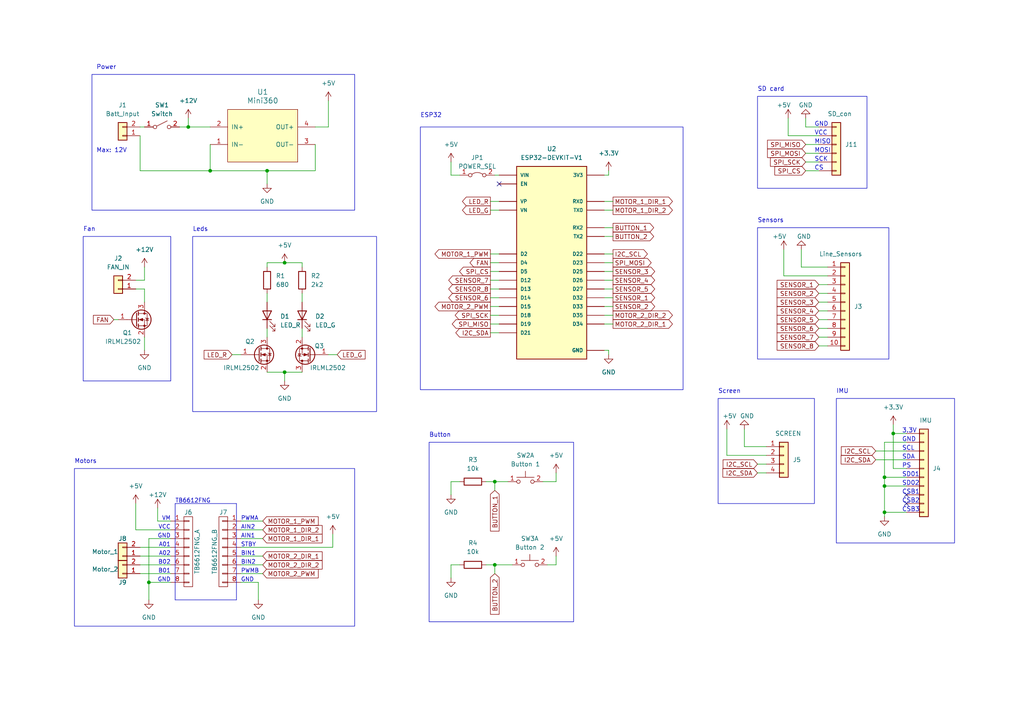
<source format=kicad_sch>
(kicad_sch (version 20230121) (generator eeschema)
  (paper "A4")
  (title_block (title "Siguelineas") (rev "0.1") (comment 1 "Adrian Martinez"))
  (lib_symbols
    (symbol "Conn_01x10_1" (pin_names (offset 1.016) hide)
      (property "Reference" "J" (at 0 12.7 0))
      (property "Value" "Conn_01x10" (at 0 -15.24 0))
      (symbol "Conn_01x10_1_1_1"
        (rectangle (start -1.27 -12.573) (end 0 -12.827) (stroke (width 0.1524)))
        (rectangle (start -1.27 -10.033) (end 0 -10.287) (stroke (width 0.1524)))
        (rectangle (start -1.27 -7.493) (end 0 -7.747) (stroke (width 0.1524)))
        (rectangle (start -1.27 -4.953) (end 0 -5.207) (stroke (width 0.1524)))
        (rectangle (start -1.27 -2.413) (end 0 -2.667) (stroke (width 0.1524)))
        (rectangle (start -1.27 0.127) (end 0 -0.127) (stroke (width 0.1524)))
        (rectangle (start -1.27 2.667) (end 0 2.413) (stroke (width 0.1524)))
        (rectangle (start -1.27 5.207) (end 0 4.953) (stroke (width 0.1524)))
        (rectangle (start -1.27 7.747) (end 0 7.493) (stroke (width 0.1524)))
        (rectangle (start -1.27 10.287) (end 0 10.033) (stroke (width 0.1524)))
        (rectangle (start -1.27 11.43) (end 1.27 -13.97) (stroke (width 0.254)) (fill (type background)))
        (pin passive line (at -5.08 10.16 0) (length 3.81) (name "Pin_1") (number "1"))
        (pin passive line (at -5.08 -12.7 0) (length 3.81) (name "Pin_10") (number "10"))
        (pin passive line (at -5.08 7.62 0) (length 3.81) (name "Pin_2") (number "2"))
        (pin passive line (at -5.08 5.08 0) (length 3.81) (name "Pin_3") (number "3"))
        (pin passive line (at -5.08 2.54 0) (length 3.81) (name "Pin_4") (number "4"))
        (pin passive line (at -5.08 0 0) (length 3.81) (name "Pin_5") (number "5"))
        (pin passive line (at -5.08 -2.54 0) (length 3.81) (name "Pin_6") (number "6"))
        (pin passive line (at -5.08 -5.08 0) (length 3.81) (name "Pin_7") (number "7"))
        (pin passive line (at -5.08 -7.62 0) (length 3.81) (name "Pin_8") (number "8"))
        (pin passive line (at -5.08 -10.16 0) (length 3.81) (name "Pin_9") (number "9"))
      )
    )
    (symbol "Connector_Generic:Conn_01x02" (pin_names (offset 1.016) hide)
      (property "Reference" "J" (at 0 2.54 0))
      (property "Value" "Conn_01x02" (at 0 -5.08 0))
      (symbol "Conn_01x02_1_1"
        (rectangle (start -1.27 -2.413) (end 0 -2.667) (stroke (width 0.1524)))
        (rectangle (start -1.27 0.127) (end 0 -0.127) (stroke (width 0.1524)))
        (rectangle (start -1.27 1.27) (end 1.27 -3.81) (stroke (width 0.254)) (fill (type background)))
        (pin passive line (at -5.08 0 0) (length 3.81) (name "Pin_1") (number "1"))
        (pin passive line (at -5.08 -2.54 0) (length 3.81) (name "Pin_2") (number "2"))
      )
    )
    (symbol "Connector_Generic:Conn_01x04" (pin_names (offset 1.016) hide)
      (property "Reference" "J" (at 0 5.08 0))
      (property "Value" "Conn_01x04" (at 0 -7.62 0))
      (symbol "Conn_01x04_1_1"
        (rectangle (start -1.27 -4.953) (end 0 -5.207) (stroke (width 0.1524)))
        (rectangle (start -1.27 -2.413) (end 0 -2.667) (stroke (width 0.1524)))
        (rectangle (start -1.27 0.127) (end 0 -0.127) (stroke (width 0.1524)))
        (rectangle (start -1.27 2.667) (end 0 2.413) (stroke (width 0.1524)))
        (rectangle (start -1.27 3.81) (end 1.27 -6.35) (stroke (width 0.254)) (fill (type background)))
        (pin passive line (at -5.08 2.54 0) (length 3.81) (name "Pin_1") (number "1"))
        (pin passive line (at -5.08 0 0) (length 3.81) (name "Pin_2") (number "2"))
        (pin passive line (at -5.08 -2.54 0) (length 3.81) (name "Pin_3") (number "3"))
        (pin passive line (at -5.08 -5.08 0) (length 3.81) (name "Pin_4") (number "4"))
      )
    )
    (symbol "Connector_Generic:Conn_01x06" (pin_numbers hide) (pin_names (offset 1.016) hide)
      (property "Reference" "J" (at 0 7.62 0))
      (property "Value" "Conn_01x06" (at 0 -10.16 0))
      (symbol "Conn_01x06_1_1"
        (rectangle (start -1.27 -7.493) (end 0 -7.747) (stroke (width 0.1524)))
        (rectangle (start -1.27 -4.953) (end 0 -5.207) (stroke (width 0.1524)))
        (rectangle (start -1.27 -2.413) (end 0 -2.667) (stroke (width 0.1524)))
        (rectangle (start -1.27 0.127) (end 0 -0.127) (stroke (width 0.1524)))
        (rectangle (start -1.27 2.667) (end 0 2.413) (stroke (width 0.1524)))
        (rectangle (start -1.27 5.207) (end 0 4.953) (stroke (width 0.1524)))
        (rectangle (start -1.27 6.35) (end 1.27 -8.89) (stroke (width 0.254)) (fill (type background)))
        (pin passive line (at -5.08 5.08 0) (length 3.81) (name "Pin_1") (number "1"))
        (pin passive line (at -5.08 2.54 0) (length 3.81) (name "Pin_2") (number "2"))
        (pin passive line (at -5.08 0 0) (length 3.81) (name "Pin_3") (number "3"))
        (pin passive line (at -5.08 -2.54 0) (length 3.81) (name "Pin_4") (number "4"))
        (pin passive line (at -5.08 -5.08 0) (length 3.81) (name "Pin_5") (number "5"))
        (pin passive line (at -5.08 -7.62 0) (length 3.81) (name "Pin_6") (number "6"))
      )
    )
    (symbol "Connector_Generic:Conn_01x10" (pin_numbers hide) (pin_names (offset 1.016) hide)
      (property "Reference" "J" (at 0 12.7 0))
      (property "Value" "Conn_01x10" (at 0 -15.24 0))
      (symbol "Conn_01x10_1_1"
        (rectangle (start -1.27 -12.573) (end 0 -12.827) (stroke (width 0.1524)))
        (rectangle (start -1.27 -10.033) (end 0 -10.287) (stroke (width 0.1524)))
        (rectangle (start -1.27 -7.493) (end 0 -7.747) (stroke (width 0.1524)))
        (rectangle (start -1.27 -4.953) (end 0 -5.207) (stroke (width 0.1524)))
        (rectangle (start -1.27 -2.413) (end 0 -2.667) (stroke (width 0.1524)))
        (rectangle (start -1.27 0.127) (end 0 -0.127) (stroke (width 0.1524)))
        (rectangle (start -1.27 2.667) (end 0 2.413) (stroke (width 0.1524)))
        (rectangle (start -1.27 5.207) (end 0 4.953) (stroke (width 0.1524)))
        (rectangle (start -1.27 7.747) (end 0 7.493) (stroke (width 0.1524)))
        (rectangle (start -1.27 10.287) (end 0 10.033) (stroke (width 0.1524)))
        (rectangle (start -1.27 11.43) (end 1.27 -13.97) (stroke (width 0.254)) (fill (type background)))
        (pin passive line (at -5.08 10.16 0) (length 3.81) (name "Pin_1") (number "1"))
        (pin passive line (at -5.08 -12.7 0) (length 3.81) (name "Pin_10") (number "10"))
        (pin passive line (at -5.08 7.62 0) (length 3.81) (name "Pin_2") (number "2"))
        (pin passive line (at -5.08 5.08 0) (length 3.81) (name "Pin_3") (number "3"))
        (pin passive line (at -5.08 2.54 0) (length 3.81) (name "Pin_4") (number "4"))
        (pin passive line (at -5.08 0 0) (length 3.81) (name "Pin_5") (number "5"))
        (pin passive line (at -5.08 -2.54 0) (length 3.81) (name "Pin_6") (number "6"))
        (pin passive line (at -5.08 -5.08 0) (length 3.81) (name "Pin_7") (number "7"))
        (pin passive line (at -5.08 -7.62 0) (length 3.81) (name "Pin_8") (number "8"))
        (pin passive line (at -5.08 -10.16 0) (length 3.81) (name "Pin_9") (number "9"))
      )
    )
    (symbol "Device:LED" (pin_numbers hide) (pin_names (offset 1.016) hide)
      (property "Reference" "D" (at 0 2.54 0))
      (property "Value" "LED" (at 0 -2.54 0))
      (symbol "LED_0_1"
        (polyline (pts (xy -1.27 -1.27) (xy -1.27 1.27)) (stroke (width 0.254)))
        (polyline (pts (xy -1.27 0) (xy 1.27 0)))
        (polyline (pts (xy 1.27 -1.27) (xy 1.27 1.27) (xy -1.27 0) (xy 1.27 -1.27)) (stroke (width 0.254)))
        (polyline (pts (xy -3.048 -0.762) (xy -4.572 -2.286) (xy -3.81 -2.286) (xy -4.572 -2.286) (xy -4.572 -1.524)))
        (polyline (pts (xy -1.778 -0.762) (xy -3.302 -2.286) (xy -2.54 -2.286) (xy -3.302 -2.286) (xy -3.302 -1.524)))
      )
      (symbol "LED_1_1"
        (pin passive line (at -3.81 0 0) (length 2.54) (name "K") (number "1"))
        (pin passive line (at 3.81 0 180) (length 2.54) (name "A") (number "2"))
      )
    )
    (symbol "Device:Q_NMOS_GSD" (pin_names (offset 0) hide)
      (property "Reference" "Q" (at 5.08 1.27 0))
      (property "Value" "Q_NMOS_GSD" (at 5.08 -1.27 0))
      (symbol "Q_NMOS_GSD_0_1"
        (polyline (pts (xy 0.254 0) (xy -2.54 0)))
        (polyline (pts (xy 0.254 1.905) (xy 0.254 -1.905)) (stroke (width 0.254)))
        (polyline (pts (xy 0.762 -1.27) (xy 0.762 -2.286)) (stroke (width 0.254)))
        (polyline (pts (xy 0.762 0.508) (xy 0.762 -0.508)) (stroke (width 0.254)))
        (polyline (pts (xy 0.762 2.286) (xy 0.762 1.27)) (stroke (width 0.254)))
        (polyline (pts (xy 2.54 2.54) (xy 2.54 1.778)))
        (polyline (pts (xy 2.54 -2.54) (xy 2.54 0) (xy 0.762 0)))
        (polyline (pts (xy 0.762 -1.778) (xy 3.302 -1.778) (xy 3.302 1.778) (xy 0.762 1.778)))
        (polyline (pts (xy 1.016 0) (xy 2.032 0.381) (xy 2.032 -0.381) (xy 1.016 0)) (fill (type outline)))
        (polyline (pts (xy 2.794 0.508) (xy 2.921 0.381) (xy 3.683 0.381) (xy 3.81 0.254)))
        (polyline (pts (xy 3.302 0.381) (xy 2.921 -0.254) (xy 3.683 -0.254) (xy 3.302 0.381)))
        (circle (center 1.651 0) (radius 2.794) (stroke (width 0.254)))
        (circle (center 2.54 -1.778) (radius 0.254) (fill (type outline)))
        (circle (center 2.54 1.778) (radius 0.254) (fill (type outline)))
      )
      (symbol "Q_NMOS_GSD_1_1"
        (pin input line (at -5.08 0 0) (length 2.54) (name "G") (number "1"))
        (pin passive line (at 2.54 -5.08 90) (length 2.54) (name "S") (number "2"))
        (pin passive line (at 2.54 5.08 270) (length 2.54) (name "D") (number "3"))
      )
    )
    (symbol "Device:R" (pin_numbers hide) (pin_names (offset 0))
      (property "Reference" "R" (at 2.032 0 90))
      (property "Value" "R" (at 0 0 90))
      (symbol "R_0_1"
        (rectangle (start -1.016 -2.54) (end 1.016 2.54) (stroke (width 0.254)))
      )
      (symbol "R_1_1"
        (pin passive line (at 0 3.81 270) (length 1.27) (name "~") (number "1"))
        (pin passive line (at 0 -3.81 90) (length 1.27) (name "~") (number "2"))
      )
    )
    (symbol "ESP32-DEVKIT-V1:ESP32-DEVKIT-V1" (pin_numbers hide) (pin_names (offset 1.016))
      (property "Reference" "U" (at -10.16 30.48 0))
      (property "Value" "ESP32-DEVKIT-V1" (at -10.16 -30.48 0))
      (symbol "ESP32-DEVKIT-V1_0_0"
        (rectangle (start -10.16 -27.94) (end 10.16 27.94) (stroke (width 0.254)) (fill (type background)))
        (pin output line (at 15.24 25.4 180) (length 5.08) (name "3V3") (number "1"))
        (pin bidirectional line (at -15.24 -17.78 0) (length 5.08) (name "D19") (number "10"))
        (pin bidirectional line (at -15.24 -20.32 0) (length 5.08) (name "D21") (number "11"))
        (pin input line (at 15.24 17.78 180) (length 5.08) (name "RX0") (number "12"))
        (pin output line (at 15.24 15.24 180) (length 5.08) (name "TX0") (number "13"))
        (pin bidirectional line (at 15.24 2.54 180) (length 5.08) (name "D22") (number "14"))
        (pin bidirectional line (at 15.24 0 180) (length 5.08) (name "D23") (number "15"))
        (pin input line (at -15.24 22.86 0) (length 5.08) (name "EN") (number "16"))
        (pin bidirectional line (at -15.24 17.78 0) (length 5.08) (name "VP") (number "17"))
        (pin bidirectional line (at -15.24 15.24 0) (length 5.08) (name "VN") (number "18"))
        (pin bidirectional line (at 15.24 -17.78 180) (length 5.08) (name "D34") (number "19"))
        (pin power_in line (at 15.24 -25.4 180) (length 5.08) (name "GND") (number "2"))
        (pin bidirectional line (at 15.24 -15.24 180) (length 5.08) (name "D35") (number "20"))
        (pin bidirectional line (at 15.24 -10.16 180) (length 5.08) (name "D32") (number "21"))
        (pin bidirectional line (at 15.24 -12.7 180) (length 5.08) (name "D33") (number "22"))
        (pin bidirectional line (at 15.24 -2.54 180) (length 5.08) (name "D25") (number "23"))
        (pin bidirectional line (at 15.24 -5.08 180) (length 5.08) (name "D26") (number "24"))
        (pin bidirectional line (at 15.24 -7.62 180) (length 5.08) (name "D27") (number "25"))
        (pin bidirectional line (at -15.24 -10.16 0) (length 5.08) (name "D14") (number "26"))
        (pin bidirectional line (at -15.24 -5.08 0) (length 5.08) (name "D12") (number "27"))
        (pin bidirectional line (at -15.24 -7.62 0) (length 5.08) (name "D13") (number "28"))
        (pin power_in line (at 15.24 -25.4 180) (length 5.08) (name "GND") (number "29"))
        (pin bidirectional line (at -15.24 -12.7 0) (length 5.08) (name "D15") (number "3"))
        (pin input line (at -15.24 25.4 0) (length 5.08) (name "VIN") (number "30"))
        (pin bidirectional line (at -15.24 2.54 0) (length 5.08) (name "D2") (number "4"))
        (pin bidirectional line (at -15.24 0 0) (length 5.08) (name "D4") (number "5"))
        (pin input line (at 15.24 10.16 180) (length 5.08) (name "RX2") (number "6"))
        (pin output line (at 15.24 7.62 180) (length 5.08) (name "TX2") (number "7"))
        (pin bidirectional line (at -15.24 -2.54 0) (length 5.08) (name "D5") (number "8"))
        (pin bidirectional line (at -15.24 -15.24 0) (length 5.08) (name "D18") (number "9"))
      )
    )
    (symbol "Jumper:Jumper_2_Bridged" (pin_names (offset 0) hide)
      (property "Reference" "JP" (at 0 1.905 0))
      (property "Value" "Jumper_2_Bridged" (at 0 -2.54 0))
      (symbol "Jumper_2_Bridged_0_0"
        (circle (center -2.032 0) (radius 0.508))
        (circle (center 2.032 0) (radius 0.508))
      )
      (symbol "Jumper_2_Bridged_0_1"
        (arc (start 1.524 0.254) (mid 0 0.762) (end -1.524 0.254))
      )
      (symbol "Jumper_2_Bridged_1_1"
        (pin passive line (at -5.08 0 0) (length 2.54) (name "A") (number "1"))
        (pin passive line (at 5.08 0 180) (length 2.54) (name "B") (number "2"))
      )
    )
    (symbol "Main_board-rescue:CONN_01X08" (pin_names (offset 1.016) hide)
      (property "Reference" "J" (at 0 11.43 0))
      (property "Value" "CONN_01X08" (at 2.54 0 90))
      (symbol "CONN_01X08_0_1"
        (rectangle (start -1.27 -10.16) (end 1.27 10.16))
        (rectangle (start -1.27 -8.763) (end 0.254 -9.017))
        (rectangle (start -1.27 -6.223) (end 0.254 -6.477))
        (rectangle (start -1.27 -3.683) (end 0.254 -3.937))
        (rectangle (start -1.27 -1.143) (end 0.254 -1.397))
        (rectangle (start -1.27 1.397) (end 0.254 1.143))
        (rectangle (start -1.27 3.937) (end 0.254 3.683))
        (rectangle (start -1.27 6.477) (end 0.254 6.223))
        (rectangle (start -1.27 9.017) (end 0.254 8.763))
      )
      (symbol "CONN_01X08_1_1"
        (pin passive line (at -5.08 8.89 0) (length 3.81) (name "P1") (number "1"))
        (pin passive line (at -5.08 6.35 0) (length 3.81) (name "P2") (number "2"))
        (pin passive line (at -5.08 3.81 0) (length 3.81) (name "P3") (number "3"))
        (pin passive line (at -5.08 1.27 0) (length 3.81) (name "P4") (number "4"))
        (pin passive line (at -5.08 -1.27 0) (length 3.81) (name "P5") (number "5"))
        (pin passive line (at -5.08 -3.81 0) (length 3.81) (name "P6") (number "6"))
        (pin passive line (at -5.08 -6.35 0) (length 3.81) (name "P7") (number "7"))
        (pin passive line (at -5.08 -8.89 0) (length 3.81) (name "P8") (number "8"))
      )
    )
    (symbol "Switch:SW_Push_Dual_x2" (pin_names (offset 1.016) hide)
      (property "Reference" "SW" (at 1.27 2.54 0))
      (property "Value" "SW_Push_Dual_x2" (at 0 -1.524 0))
      (symbol "SW_Push_Dual_x2_0_1"
        (circle (center -2.032 0) (radius 0.508))
        (polyline (pts (xy 0 1.27) (xy 0 3.048)))
        (polyline (pts (xy 2.54 1.27) (xy -2.54 1.27)))
        (circle (center 2.032 0) (radius 0.508))
      )
      (symbol "SW_Push_Dual_x2_1_1"
        (pin passive line (at -5.08 0 0) (length 2.54) (name "C") (number "1"))
        (pin passive line (at 5.08 0 180) (length 2.54) (name "D") (number "2"))
      )
      (symbol "SW_Push_Dual_x2_2_1"
        (pin passive line (at -5.08 0 0) (length 2.54) (name "C") (number "3"))
        (pin passive line (at 5.08 0 180) (length 2.54) (name "D") (number "4"))
      )
    )
    (symbol "Switch:SW_SPST" (pin_names (offset 0) hide)
      (property "Reference" "SW" (at 0 3.175 0))
      (property "Value" "SW_SPST" (at 0 -2.54 0))
      (symbol "SW_SPST_0_0"
        (circle (center -2.032 0) (radius 0.508))
        (polyline (pts (xy -1.524 0.254) (xy 1.524 1.778)))
        (circle (center 2.032 0) (radius 0.508))
      )
      (symbol "SW_SPST_1_1"
        (pin passive line (at -5.08 0 0) (length 2.54) (name "A") (number "1"))
        (pin passive line (at 5.08 0 180) (length 2.54) (name "B") (number "2"))
      )
    )
    (symbol "mini360:Mini360" (pin_names (offset 1.016))
      (property "Reference" "U" (at 0 -5.08 0))
      (property "Value" "Mini360" (at 0 5.08 0))
      (symbol "Mini360_0_1"
        (rectangle (start -10.16 7.62) (end 10.16 -7.62) (fill (type background)))
      )
      (symbol "Mini360_1_1"
        (pin power_in line (at -15.24 -2.54 0) (length 5.08) (name "IN-") (number "1"))
        (pin power_in line (at -15.24 2.54 0) (length 5.08) (name "IN+") (number "2"))
        (pin power_out line (at 15.24 -2.54 180) (length 5.08) (name "OUT-") (number "3"))
        (pin power_out line (at 15.24 2.54 180) (length 5.08) (name "OUT+") (number "4"))
      )
    )
    (symbol "power:+12V" (power) (pin_names (offset 0))
      (property "Value" "+12V" (at 0 3.556 0))
      (symbol "+12V_0_1"
        (polyline (pts (xy -0.762 1.27) (xy 0 2.54)))
        (polyline (pts (xy 0 0) (xy 0 2.54)))
        (polyline (pts (xy 0 2.54) (xy 0.762 1.27)))
      )
      (symbol "+12V_1_1"
        (pin power_in line (at 0 0 90) (length 0) hide (name "+12V") (number "1"))
      )
    )
    (symbol "power:+3.3V" (power) (pin_names (offset 0))
      (property "Value" "+3.3V" (at 0 3.556 0))
      (symbol "+3.3V_0_1"
        (polyline (pts (xy -0.762 1.27) (xy 0 2.54)))
        (polyline (pts (xy 0 0) (xy 0 2.54)))
        (polyline (pts (xy 0 2.54) (xy 0.762 1.27)))
      )
      (symbol "+3.3V_1_1"
        (pin power_in line (at 0 0 90) (length 0) hide (name "+3.3V") (number "1"))
      )
    )
    (symbol "power:+5V" (power) (pin_names (offset 0))
      (property "Value" "+5V" (at 0 3.556 0))
      (symbol "+5V_0_1"
        (polyline (pts (xy -0.762 1.27) (xy 0 2.54)))
        (polyline (pts (xy 0 0) (xy 0 2.54)))
        (polyline (pts (xy 0 2.54) (xy 0.762 1.27)))
      )
      (symbol "+5V_1_1"
        (pin power_in line (at 0 0 90) (length 0) hide (name "+5V") (number "1"))
      )
    )
    (symbol "power:GND" (power) (pin_names (offset 0))
      (property "Value" "GND" (at 0 -3.81 0))
      (symbol "GND_0_1"
        (polyline (pts (xy 0 0) (xy 0 -1.27) (xy 1.27 -1.27) (xy 0 -2.54) (xy -1.27 -1.27) (xy 0 -1.27)))
      )
      (symbol "GND_1_1"
        (pin power_in line (at 0 0 270) (length 0) hide (name "GND") (number "1"))
      )
    )
  )
  (junction (at 82.55 107.95))
  (junction (at 54.61 36.83))
  (junction (at 256.54 138.43))
  (junction (at 82.55 76.2))
  (junction (at 143.51 139.7))
  (junction (at 60.96 49.53))
  (junction (at 259.08 125.73))
  (junction (at 256.54 148.59))
  (junction (at 77.47 49.53))
  (junction (at 256.54 140.97))
  (junction (at 43.18 168.91))
  (junction (at 143.51 163.83))
  (no_connect (at 144.78 53.34))
  (no_connect (at 262.89 143.51))
  (no_connect (at 262.89 146.05))
  (wire (pts (xy 52.07 36.83) (xy 54.61 36.83)))
  (wire (pts (xy 142.24 81.28) (xy 144.78 81.28)))
  (wire (pts (xy 76.2 156.21) (xy 69.85 156.21)))
  (wire (pts (xy 95.25 102.87) (xy 97.79 102.87)))
  (wire (pts (xy 143.51 163.83) (xy 143.51 166.37)))
  (wire (pts (xy 33.02 92.71) (xy 34.29 92.71)))
  (polyline (pts (xy 50.8 173.99) (xy 50.8 146.05)))
  (wire (pts (xy 43.18 168.91) (xy 49.53 168.91)))
  (wire (pts (xy 175.26 93.98) (xy 177.8 93.98)))
  (wire (pts (xy 175.26 91.44) (xy 177.8 91.44)))
  (wire (pts (xy 157.48 139.7) (xy 161.29 139.7)))
  (wire (pts (xy 142.24 93.98) (xy 144.78 93.98)))
  (wire (pts (xy 228.6 34.29) (xy 228.6 39.37)))
  (wire (pts (xy 262.89 135.89) (xy 259.08 135.89)))
  (wire (pts (xy 43.18 168.91) (xy 43.18 173.99)))
  (wire (pts (xy 233.68 44.45) (xy 237.49 44.45)))
  (wire (pts (xy 262.89 125.73) (xy 259.08 125.73)))
  (wire (pts (xy 43.18 156.21) (xy 49.53 156.21)))
  (wire (pts (xy 262.89 128.27) (xy 256.54 128.27)))
  (wire (pts (xy 54.61 36.83) (xy 54.61 34.29)))
  (wire (pts (xy 45.72 151.13) (xy 49.53 151.13)))
  (wire (pts (xy 140.97 139.7) (xy 143.51 139.7)))
  (wire (pts (xy 41.91 83.82) (xy 41.91 87.63)))
  (wire (pts (xy 256.54 140.97) (xy 256.54 148.59)))
  (wire (pts (xy 76.2 163.83) (xy 69.85 163.83)))
  (wire (pts (xy 237.49 92.71) (xy 240.03 92.71)))
  (wire (pts (xy 40.64 158.75) (xy 49.53 158.75)))
  (wire (pts (xy 76.2 151.13) (xy 69.85 151.13)))
  (wire (pts (xy 77.47 95.25) (xy 77.47 97.79)))
  (wire (pts (xy 237.49 95.25) (xy 240.03 95.25)))
  (wire (pts (xy 237.49 82.55) (xy 240.03 82.55)))
  (wire (pts (xy 233.68 46.99) (xy 237.49 46.99)))
  (wire (pts (xy 77.47 85.09) (xy 77.47 87.63)))
  (wire (pts (xy 175.26 73.66) (xy 177.8 73.66)))
  (wire (pts (xy 227.33 80.01) (xy 240.03 80.01)))
  (wire (pts (xy 142.24 60.96) (xy 144.78 60.96)))
  (wire (pts (xy 254 130.81) (xy 262.89 130.81)))
  (wire (pts (xy 87.63 95.25) (xy 87.63 97.79)))
  (wire (pts (xy 96.52 154.94) (xy 96.52 158.75)))
  (wire (pts (xy 77.47 77.47) (xy 77.47 76.2)))
  (wire (pts (xy 77.47 107.95) (xy 82.55 107.95)))
  (wire (pts (xy 60.96 41.91) (xy 60.96 49.53)))
  (wire (pts (xy 256.54 128.27) (xy 256.54 138.43)))
  (wire (pts (xy 259.08 125.73) (xy 259.08 123.19)))
  (wire (pts (xy 232.41 77.47) (xy 240.03 77.47)))
  (wire (pts (xy 237.49 36.83) (xy 233.68 36.83)))
  (wire (pts (xy 256.54 138.43) (xy 262.89 138.43)))
  (wire (pts (xy 130.81 50.8) (xy 130.81 46.99)))
  (polyline (pts (xy 50.8 146.05) (xy 68.58 146.05)))
  (wire (pts (xy 259.08 135.89) (xy 259.08 125.73)))
  (wire (pts (xy 45.72 147.32) (xy 45.72 151.13)))
  (wire (pts (xy 175.26 81.28) (xy 177.8 81.28)))
  (wire (pts (xy 237.49 39.37) (xy 228.6 39.37)))
  (wire (pts (xy 143.51 139.7) (xy 147.32 139.7)))
  (wire (pts (xy 237.49 100.33) (xy 240.03 100.33)))
  (wire (pts (xy 87.63 85.09) (xy 87.63 87.63)))
  (wire (pts (xy 142.24 76.2) (xy 144.78 76.2)))
  (wire (pts (xy 133.35 50.8) (xy 130.81 50.8)))
  (wire (pts (xy 175.26 78.74) (xy 177.8 78.74)))
  (wire (pts (xy 232.41 72.39) (xy 232.41 77.47)))
  (wire (pts (xy 175.26 60.96) (xy 177.8 60.96)))
  (wire (pts (xy 215.9 129.54) (xy 222.25 129.54)))
  (wire (pts (xy 67.31 102.87) (xy 69.85 102.87)))
  (wire (pts (xy 158.75 163.83) (xy 161.29 163.83)))
  (wire (pts (xy 140.97 163.83) (xy 143.51 163.83)))
  (wire (pts (xy 175.26 86.36) (xy 177.8 86.36)))
  (wire (pts (xy 91.44 36.83) (xy 95.25 36.83)))
  (wire (pts (xy 39.37 83.82) (xy 41.91 83.82)))
  (wire (pts (xy 82.55 107.95) (xy 87.63 107.95)))
  (wire (pts (xy 41.91 77.47) (xy 41.91 81.28)))
  (wire (pts (xy 254 133.35) (xy 262.89 133.35)))
  (wire (pts (xy 69.85 158.75) (xy 96.52 158.75)))
  (wire (pts (xy 130.81 139.7) (xy 133.35 139.7)))
  (wire (pts (xy 41.91 97.79) (xy 41.91 101.6)))
  (wire (pts (xy 142.24 91.44) (xy 144.78 91.44)))
  (wire (pts (xy 142.24 58.42) (xy 144.78 58.42)))
  (wire (pts (xy 215.9 129.54) (xy 215.9 124.46)))
  (wire (pts (xy 39.37 81.28) (xy 41.91 81.28)))
  (wire (pts (xy 233.68 41.91) (xy 237.49 41.91)))
  (wire (pts (xy 130.81 167.64) (xy 130.81 163.83)))
  (wire (pts (xy 142.24 73.66) (xy 144.78 73.66)))
  (wire (pts (xy 77.47 76.2) (xy 82.55 76.2)))
  (wire (pts (xy 175.26 68.58) (xy 177.8 68.58)))
  (wire (pts (xy 256.54 148.59) (xy 256.54 149.86)))
  (wire (pts (xy 175.26 50.8) (xy 176.53 50.8)))
  (wire (pts (xy 142.24 88.9) (xy 144.78 88.9)))
  (wire (pts (xy 237.49 90.17) (xy 240.03 90.17)))
  (wire (pts (xy 175.26 76.2) (xy 177.8 76.2)))
  (wire (pts (xy 87.63 77.47) (xy 87.63 76.2)))
  (wire (pts (xy 175.26 66.04) (xy 177.8 66.04)))
  (wire (pts (xy 40.64 161.29) (xy 49.53 161.29)))
  (wire (pts (xy 233.68 49.53) (xy 237.49 49.53)))
  (wire (pts (xy 130.81 143.51) (xy 130.81 139.7)))
  (wire (pts (xy 142.24 86.36) (xy 144.78 86.36)))
  (wire (pts (xy 161.29 137.16) (xy 161.29 139.7)))
  (wire (pts (xy 233.68 34.29) (xy 233.68 36.83)))
  (wire (pts (xy 222.25 137.16) (xy 219.71 137.16)))
  (wire (pts (xy 175.26 83.82) (xy 177.8 83.82)))
  (wire (pts (xy 227.33 72.39) (xy 227.33 80.01)))
  (wire (pts (xy 143.51 50.8) (xy 144.78 50.8)))
  (wire (pts (xy 175.26 58.42) (xy 177.8 58.42)))
  (wire (pts (xy 142.24 83.82) (xy 144.78 83.82)))
  (wire (pts (xy 77.47 49.53) (xy 77.47 53.34)))
  (polyline (pts (xy 68.58 146.05) (xy 68.58 173.99)))
  (wire (pts (xy 210.82 132.08) (xy 222.25 132.08)))
  (wire (pts (xy 143.51 163.83) (xy 148.59 163.83)))
  (wire (pts (xy 143.51 139.7) (xy 143.51 142.24)))
  (wire (pts (xy 142.24 78.74) (xy 144.78 78.74)))
  (wire (pts (xy 69.85 168.91) (xy 74.93 168.91)))
  (wire (pts (xy 161.29 161.29) (xy 161.29 163.83)))
  (wire (pts (xy 176.53 101.6) (xy 176.53 102.87)))
  (wire (pts (xy 210.82 132.08) (xy 210.82 124.46)))
  (wire (pts (xy 175.26 88.9) (xy 177.8 88.9)))
  (wire (pts (xy 54.61 36.83) (xy 60.96 36.83)))
  (wire (pts (xy 40.64 49.53) (xy 60.96 49.53)))
  (wire (pts (xy 40.64 163.83) (xy 49.53 163.83)))
  (wire (pts (xy 82.55 107.95) (xy 82.55 110.49)))
  (wire (pts (xy 39.37 146.05) (xy 39.37 153.67)))
  (wire (pts (xy 237.49 97.79) (xy 240.03 97.79)))
  (wire (pts (xy 40.64 36.83) (xy 41.91 36.83)))
  (wire (pts (xy 76.2 153.67) (xy 69.85 153.67)))
  (wire (pts (xy 43.18 156.21) (xy 43.18 168.91)))
  (wire (pts (xy 60.96 49.53) (xy 77.47 49.53)))
  (wire (pts (xy 175.26 101.6) (xy 176.53 101.6)))
  (wire (pts (xy 40.64 39.37) (xy 40.64 49.53)))
  (wire (pts (xy 76.2 166.37) (xy 69.85 166.37)))
  (wire (pts (xy 176.53 50.8) (xy 176.53 49.53)))
  (polyline (pts (xy 68.58 173.99) (xy 50.8 173.99)))
  (wire (pts (xy 91.44 49.53) (xy 77.47 49.53)))
  (wire (pts (xy 49.53 166.37) (xy 40.64 166.37)))
  (wire (pts (xy 82.55 76.2) (xy 87.63 76.2)))
  (wire (pts (xy 74.93 168.91) (xy 74.93 173.99)))
  (wire (pts (xy 256.54 140.97) (xy 262.89 140.97)))
  (wire (pts (xy 95.25 29.21) (xy 95.25 36.83)))
  (wire (pts (xy 142.24 96.52) (xy 144.78 96.52)))
  (wire (pts (xy 39.37 153.67) (xy 49.53 153.67)))
  (wire (pts (xy 256.54 138.43) (xy 256.54 140.97)))
  (wire (pts (xy 222.25 134.62) (xy 219.71 134.62)))
  (wire (pts (xy 256.54 148.59) (xy 262.89 148.59)))
  (wire (pts (xy 130.81 163.83) (xy 133.35 163.83)))
  (wire (pts (xy 237.49 87.63) (xy 240.03 87.63)))
  (wire (pts (xy 76.2 161.29) (xy 69.85 161.29)))
  (wire (pts (xy 237.49 85.09) (xy 240.03 85.09)))
  (wire (pts (xy 91.44 41.91) (xy 91.44 49.53)))
  (rectangle (start 21.59 135.89) (end 102.87 181.61))
  (rectangle (start 26.67 21.59) (end 102.87 60.96))
  (rectangle (start 124.46 128.27) (end 166.37 180.34))
  (rectangle (start 24.13 68.58) (end 49.53 110.49))
  (rectangle (start 121.92 36.83) (end 198.12 113.03))
  (rectangle (start 208.28 115.57) (end 236.22 146.05))
  (rectangle (start 242.57 115.57) (end 276.86 157.48))
  (rectangle (start 219.71 66.04) (end 257.81 104.14))
  (rectangle (start 55.88 68.58) (end 109.22 119.38))
  (rectangle (start 219.71 27.94) (end 251.46 54.61))
  (text "Fan" (at 24.13 67.31 0) (effects (font (size 1.27 1.27)) (justify left bottom)))
  (text "Leds" (at 55.88 67.31 0) (effects (font (size 1.27 1.27)) (justify left bottom)))
  (text "SCL" (at 261.62 130.81 0) (effects (font (size 1.27 1.27)) (justify left bottom)))
  (text "GND" (at 49.53 156.21 0) (effects (font (size 1.1938 1.1938)) (justify right bottom)))
  (text "CSB1" (at 261.62 143.51 0) (effects (font (size 1.27 1.27)) (justify left bottom)))
  (text "Button" (at 124.46 127 0) (effects (font (size 1.27 1.27)) (justify left bottom)))
  (text "PS" (at 261.62 135.89 0) (effects (font (size 1.27 1.27)) (justify left bottom)))
  (text "AIN2" (at 69.85 153.67 0) (effects (font (size 1.1938 1.1938)) (justify left bottom)))
  (text "MISO" (at 236.22 41.91 0) (effects (font (size 1.27 1.27)) (justify left bottom)))
  (text "BIN1" (at 69.85 161.29 0) (effects (font (size 1.1938 1.1938)) (justify left bottom)))
  (text "SD02" (at 261.62 140.97 0) (effects (font (size 1.27 1.27)) (justify left bottom)))
  (text "CSB2" (at 261.62 146.05 0) (effects (font (size 1.27 1.27)) (justify left bottom)))
  (text "3.3V" (at 261.62 125.73 0) (effects (font (size 1.27 1.27)) (justify left bottom)))
  (text "VCC" (at 236.22 39.37 0) (effects (font (size 1.27 1.27)) (justify left bottom)))
  (text "A01" (at 49.53 158.75 0) (effects (font (size 1.1938 1.1938)) (justify right bottom)))
  (text "Sensors\n" (at 219.71 64.77 0) (effects (font (size 1.27 1.27)) (justify left bottom)))
  (text "SDA" (at 261.62 133.35 0) (effects (font (size 1.27 1.27)) (justify left bottom)))
  (text "AIN1" (at 69.85 156.21 0) (effects (font (size 1.1938 1.1938)) (justify left bottom)))
  (text "A02" (at 49.53 161.29 0) (effects (font (size 1.1938 1.1938)) (justify right bottom)))
  (text "CS" (at 236.22 49.53 0) (effects (font (size 1.27 1.27)) (justify left bottom)))
  (text "GND" (at 49.53 168.91 0) (effects (font (size 1.1938 1.1938)) (justify right bottom)))
  (text "VM" (at 49.53 151.13 0) (effects (font (size 1.1938 1.1938)) (justify right bottom)))
  (text "SD01" (at 261.62 138.43 0) (effects (font (size 1.27 1.27)) (justify left bottom)))
  (text "STBY" (at 69.85 158.75 0) (effects (font (size 1.1938 1.1938)) (justify left bottom)))
  (text "PWMA" (at 69.85 151.13 0) (effects (font (size 1.1938 1.1938)) (justify left bottom)))
  (text "GND" (at 236.22 36.83 0) (effects (font (size 1.27 1.27)) (justify left bottom)))
  (text "BIN2" (at 69.85 163.83 0) (effects (font (size 1.1938 1.1938)) (justify left bottom)))
  (text "Motors" (at 21.59 134.62 0) (effects (font (size 1.27 1.27)) (justify left bottom)))
  (text "ESP32" (at 121.92 34.29 0) (effects (font (size 1.27 1.27)) (justify left bottom)))
  (text "Power" (at 27.94 20.32 0) (effects (font (size 1.27 1.27)) (justify left bottom)))
  (text "CSB3" (at 261.62 148.59 0) (effects (font (size 1.27 1.27)) (justify left bottom)))
  (text "MOSI" (at 236.22 44.45 0) (effects (font (size 1.27 1.27)) (justify left bottom)))
  (text "TB6612FNG" (at 50.8 146.05 0) (effects (font (size 1.1938 1.1938)) (justify left bottom)))
  (text "B01" (at 49.53 166.37 0) (effects (font (size 1.1938 1.1938)) (justify right bottom)))
  (text "GND" (at 261.62 128.27 0) (effects (font (size 1.27 1.27)) (justify left bottom)))
  (text "B02" (at 49.53 163.83 0) (effects (font (size 1.1938 1.1938)) (justify right bottom)))
  (text "SD card\n" (at 219.71 26.67 0) (effects (font (size 1.27 1.27)) (justify left bottom)))
  (text "PWMB" (at 69.85 166.37 0) (effects (font (size 1.1938 1.1938)) (justify left bottom)))
  (text "VCC\n" (at 49.53 153.67 0) (effects (font (size 1.1938 1.1938)) (justify right bottom)))
  (text "Max: 12V" (at 27.94 44.45 0) (effects (font (size 1.27 1.27)) (justify left bottom)))
  (text "IMU" (at 242.57 114.3 0) (effects (font (size 1.27 1.27)) (justify left bottom)))
  (text "Screen" (at 208.28 114.3 0) (effects (font (size 1.27 1.27)) (justify left bottom)))
  (text "GND" (at 69.85 168.91 0) (effects (font (size 1.1938 1.1938)) (justify left bottom)))
  (text "SCK" (at 236.22 46.99 0) (effects (font (size 1.27 1.27)) (justify left bottom)))
  (global_label "SENSOR_5" (shape input) (at 237.49 92.71 180) (property "Intersheetrefs" "${INTERSHEET_REFS}" (effects hide)))
  (global_label "SENSOR_3" (shape input) (at 237.49 87.63 180) (property "Intersheetrefs" "${INTERSHEET_REFS}" (effects hide)))
  (global_label "SENSOR_4" (shape input) (at 237.49 90.17 180) (property "Intersheetrefs" "${INTERSHEET_REFS}" (effects hide)))
  (global_label "SPI_SCK" (shape output) (at 142.24 91.44 180) (property "Intersheetrefs" "${INTERSHEET_REFS}" (effects hide)))
  (global_label "SPI_CS" (shape input) (at 233.68 49.53 180) (property "Intersheetrefs" "${INTERSHEET_REFS}" (effects hide)))
  (global_label "MOTOR_2_DIR_2" (shape input) (at 76.2 163.83 0) (property "Intersheetrefs" "${INTERSHEET_REFS}" (effects hide)))
  (global_label "I2C_SCL" (shape input) (at 219.71 134.62 180) (property "Intersheetrefs" "${INTERSHEET_REFS}" (effects hide)))
  (global_label "LED_G" (shape output) (at 142.24 60.96 180) (property "Intersheetrefs" "${INTERSHEET_REFS}" (effects hide)))
  (global_label "MOTOR_2_PWM" (shape input) (at 76.2 166.37 0) (property "Intersheetrefs" "${INTERSHEET_REFS}" (effects hide)))
  (global_label "SENSOR_2" (shape input) (at 237.49 85.09 180) (property "Intersheetrefs" "${INTERSHEET_REFS}" (effects hide)))
  (global_label "SENSOR_8" (shape input) (at 237.49 100.33 180) (property "Intersheetrefs" "${INTERSHEET_REFS}" (effects hide)))
  (global_label "MOTOR_1_DIR_1" (shape input) (at 76.2 156.21 0) (property "Intersheetrefs" "${INTERSHEET_REFS}" (effects hide)))
  (global_label "SENSOR_6" (shape output) (at 142.24 86.36 180) (property "Intersheetrefs" "${INTERSHEET_REFS}" (effects hide)))
  (global_label "SENSOR_7" (shape input) (at 237.49 97.79 180) (property "Intersheetrefs" "${INTERSHEET_REFS}" (effects hide)))
  (global_label "FAN" (shape input) (at 33.02 92.71 180) (property "Intersheetrefs" "${INTERSHEET_REFS}" (effects hide)))
  (global_label "MOTOR_2_DIR_2" (shape output) (at 177.8 91.44 0) (property "Intersheetrefs" "${INTERSHEET_REFS}" (effects hide)))
  (global_label "MOTOR_1_PWM" (shape output) (at 142.24 73.66 180) (property "Intersheetrefs" "${INTERSHEET_REFS}" (effects hide)))
  (global_label "BUTTON_2" (shape input) (at 143.51 166.37 270) (property "Intersheetrefs" "${INTERSHEET_REFS}" (effects hide)))
  (global_label "SENSOR_7" (shape output) (at 142.24 81.28 180) (property "Intersheetrefs" "${INTERSHEET_REFS}" (effects hide)))
  (global_label "LED_R" (shape output) (at 142.24 58.42 180) (property "Intersheetrefs" "${INTERSHEET_REFS}" (effects hide)))
  (global_label "LED_R" (shape input) (at 67.31 102.87 180) (property "Intersheetrefs" "${INTERSHEET_REFS}" (effects hide)))
  (global_label "SENSOR_8" (shape output) (at 142.24 83.82 180) (property "Intersheetrefs" "${INTERSHEET_REFS}" (effects hide)))
  (global_label "MOTOR_2_DIR_1" (shape input) (at 76.2 161.29 0) (property "Intersheetrefs" "${INTERSHEET_REFS}" (effects hide)))
  (global_label "SENSOR_1" (shape input) (at 237.49 82.55 180) (property "Intersheetrefs" "${INTERSHEET_REFS}" (effects hide)))
  (global_label "I2C_SCL" (shape output) (at 177.8 73.66 0) (property "Intersheetrefs" "${INTERSHEET_REFS}" (effects hide)))
  (global_label "SENSOR_4" (shape output) (at 177.8 81.28 0) (property "Intersheetrefs" "${INTERSHEET_REFS}" (effects hide)))
  (global_label "BUTTON_1" (shape output) (at 177.8 66.04 0) (property "Intersheetrefs" "${INTERSHEET_REFS}" (effects hide)))
  (global_label "SPI_MISO" (shape output) (at 142.24 93.98 180) (property "Intersheetrefs" "${INTERSHEET_REFS}" (effects hide)))
  (global_label "SPI_MOSI" (shape input) (at 233.68 44.45 180) (property "Intersheetrefs" "${INTERSHEET_REFS}" (effects hide)))
  (global_label "LED_G" (shape input) (at 97.79 102.87 0) (property "Intersheetrefs" "${INTERSHEET_REFS}" (effects hide)))
  (global_label "I2C_SDA" (shape input) (at 219.71 137.16 180) (property "Intersheetrefs" "${INTERSHEET_REFS}" (effects hide)))
  (global_label "MOTOR_1_DIR_2" (shape output) (at 177.8 60.96 0) (property "Intersheetrefs" "${INTERSHEET_REFS}" (effects hide)))
  (global_label "MOTOR_2_DIR_1" (shape output) (at 177.8 93.98 0) (property "Intersheetrefs" "${INTERSHEET_REFS}" (effects hide)))
  (global_label "FAN" (shape output) (at 142.24 76.2 180) (property "Intersheetrefs" "${INTERSHEET_REFS}" (effects hide)))
  (global_label "I2C_SDA" (shape output) (at 142.24 96.52 180) (property "Intersheetrefs" "${INTERSHEET_REFS}" (effects hide)))
  (global_label "SENSOR_1" (shape output) (at 177.8 86.36 0) (property "Intersheetrefs" "${INTERSHEET_REFS}" (effects hide)))
  (global_label "MOTOR_1_DIR_2" (shape input) (at 76.2 153.67 0) (property "Intersheetrefs" "${INTERSHEET_REFS}" (effects hide)))
  (global_label "SENSOR_2" (shape output) (at 177.8 88.9 0) (property "Intersheetrefs" "${INTERSHEET_REFS}" (effects hide)))
  (global_label "I2C_SCL" (shape input) (at 254 130.81 180) (property "Intersheetrefs" "${INTERSHEET_REFS}" (effects hide)))
  (global_label "SENSOR_3" (shape output) (at 177.8 78.74 0) (property "Intersheetrefs" "${INTERSHEET_REFS}" (effects hide)))
  (global_label "MOTOR_1_DIR_1" (shape output) (at 177.8 58.42 0) (property "Intersheetrefs" "${INTERSHEET_REFS}" (effects hide)))
  (global_label "I2C_SDA" (shape input) (at 254 133.35 180) (property "Intersheetrefs" "${INTERSHEET_REFS}" (effects hide)))
  (global_label "MOTOR_2_PWM" (shape output) (at 142.24 88.9 180) (property "Intersheetrefs" "${INTERSHEET_REFS}" (effects hide)))
  (global_label "SPI_CS" (shape output) (at 142.24 78.74 180) (property "Intersheetrefs" "${INTERSHEET_REFS}" (effects hide)))
  (global_label "SENSOR_6" (shape input) (at 237.49 95.25 180) (property "Intersheetrefs" "${INTERSHEET_REFS}" (effects hide)))
  (global_label "SPI_MOSI" (shape output) (at 177.8 76.2 0) (property "Intersheetrefs" "${INTERSHEET_REFS}" (effects hide)))
  (global_label "SPI_MISO" (shape input) (at 233.68 41.91 180) (property "Intersheetrefs" "${INTERSHEET_REFS}" (effects hide)))
  (global_label "SENSOR_5" (shape output) (at 177.8 83.82 0) (property "Intersheetrefs" "${INTERSHEET_REFS}" (effects hide)))
  (global_label "BUTTON_2" (shape output) (at 177.8 68.58 0) (property "Intersheetrefs" "${INTERSHEET_REFS}" (effects hide)))
  (global_label "BUTTON_1" (shape input) (at 143.51 142.24 270) (property "Intersheetrefs" "${INTERSHEET_REFS}" (effects hide)))
  (global_label "MOTOR_1_PWM" (shape input) (at 76.2 151.13 0) (property "Intersheetrefs" "${INTERSHEET_REFS}" (effects hide)))
  (global_label "SPI_SCK" (shape input) (at 233.68 46.99 180) (property "Intersheetrefs" "${INTERSHEET_REFS}" (effects hide)))
  (symbol (lib_id "power:+12V") (at 41.91 77.47 0) (unit 1)
    (property "Reference" "#PWR04" (effects hide))
    (property "Value" "+12V" (at 41.91 72.39 0))
  )
  (symbol (lib_id "Main_board-rescue:CONN_01X08") (at 64.77 160.02 0) (mirror y) (unit 1)
    (property "Reference" "J7" (at 64.77 148.59 0))
    (property "Value" "TB6612FNG_B" (at 62.23 160.02 90))
    (property "Footprint" "Connector_PinSocket_2.54mm:PinSocket_1x08_P2.54mm_Vertical" (effects hide))
  )
  (symbol (lib_id "power:GND") (at 41.91 101.6 0) (unit 1)
    (property "Reference" "#PWR03" (effects hide))
    (property "Value" "GND" (at 41.91 106.68 0))
  )
  (symbol (lib_id "Device:Q_NMOS_GSD") (at 90.17 102.87 180) (unit 1)
    (property "Reference" "Q3" (at 93.98 100.33 0) (effects (justify left)))
    (property "Value" "IRLML2502" (at 100.33 106.68 0) (effects (justify left)))
    (property "Footprint" "Package_TO_SOT_SMD:SOT-23" (effects hide))
  )
  (symbol (lib_id "power:GND") (at 43.18 173.99 0) (unit 1)
    (property "Reference" "#PWR022" (effects hide))
    (property "Value" "GND" (at 43.18 179.07 0))
  )
  (symbol (lib_id "Connector_Generic:Conn_01x04") (at 227.33 132.08 0) (unit 1)
    (property "Reference" "J5" (at 231.14 133.35 0))
    (property "Value" "SCREEN" (at 228.6 125.73 0))
    (property "Footprint" "Connector_PinSocket_2.54mm:PinSocket_1x04_P2.54mm_Vertical" (effects hide))
  )
  (symbol (lib_id "power:GND") (at 176.53 102.87 0) (unit 1)
    (property "Reference" "#PWR07" (effects hide))
    (property "Value" "GND" (at 176.53 107.95 0))
  )
  (symbol (lib_id "power:+5V") (at 228.6 34.29 0) (unit 1)
    (property "Reference" "#PWR025" (effects hide))
    (property "Value" "+5V" (at 227.33 30.48 0))
  )
  (symbol (lib_id "Device:R") (at 87.63 81.28 0) (unit 1)
    (property "Reference" "R2" (at 90.17 80.01 0) (effects (justify left)))
    (property "Value" "2k2" (at 90.17 82.55 0) (effects (justify left)))
    (property "Footprint" "Resistor_SMD:R_1206_3216Metric_Pad1.30x1.75mm_HandSolder" (effects hide))
  )
  (symbol (lib_name "Conn_01x10_1") (lib_id "Connector_Generic:Conn_01x10") (at 245.11 87.63 0) (unit 1)
    (property "Reference" "J3" (at 248.92 88.9 0))
    (property "Value" "Line_Sensors" (at 243.84 73.66 0))
    (property "Footprint" "Connector_FFC-FPC:TE_1-84952-0_1x10-1MP_P1.0mm_Horizontal" (effects hide))
  )
  (symbol (lib_id "Device:R") (at 77.47 81.28 0) (unit 1)
    (property "Reference" "R1" (at 80.01 80.01 0) (effects (justify left)))
    (property "Value" "680" (at 80.01 82.55 0) (effects (justify left)))
    (property "Footprint" "Resistor_SMD:R_1206_3216Metric_Pad1.30x1.75mm_HandSolder" (effects hide))
  )
  (symbol (lib_id "power:+5V") (at 82.55 76.2 0) (unit 1)
    (property "Reference" "#PWR013" (effects hide))
    (property "Value" "+5V" (at 82.55 71.12 0))
  )
  (symbol (lib_id "Switch:SW_SPST") (at 46.99 36.83 0) (unit 1)
    (property "Reference" "SW1" (at 46.99 30.48 0))
    (property "Value" "Switch" (at 46.99 33.02 0))
    (property "Footprint" "Button_Switch_THT:SW_CuK_OS102011MA1QN1_SPDT_Angled" (effects hide))
  )
  (symbol (lib_id "power:+5V") (at 95.25 29.21 0) (unit 1)
    (property "Reference" "#PWR05" (effects hide))
    (property "Value" "+5V" (at 95.25 24.13 0))
  )
  (symbol (lib_id "power:+5V") (at 227.33 72.39 0) (unit 1)
    (property "Reference" "#PWR09" (effects hide))
    (property "Value" "+5V" (at 226.06 68.58 0))
  )
  (symbol (lib_id "Connector_Generic:Conn_01x02") (at 34.29 83.82 180) (unit 1)
    (property "Reference" "J2" (at 34.29 74.93 0))
    (property "Value" "FAN_IN" (at 34.29 77.47 0))
    (property "Footprint" "Connector_PinHeader_2.54mm:PinHeader_1x02_P2.54mm_Vertical" (effects hide))
  )
  (symbol (lib_id "power:+5V") (at 210.82 124.46 0) (unit 1)
    (property "Reference" "#PWR018" (effects hide))
    (property "Value" "+5V" (at 209.55 120.65 0) (effects (justify left)))
  )
  (symbol (lib_id "power:GND") (at 233.68 34.29 180) (unit 1)
    (property "Reference" "#PWR024" (effects hide))
    (property "Value" "GND" (at 233.68 30.48 0))
  )
  (symbol (lib_id "power:GND") (at 232.41 72.39 180) (unit 1)
    (property "Reference" "#PWR08" (effects hide))
    (property "Value" "GND" (at 231.14 68.58 0) (effects (justify right)))
  )
  (symbol (lib_id "Device:Q_NMOS_GSD") (at 39.37 92.71 0) (unit 1)
    (property "Reference" "Q1" (at 35.56 96.52 0) (effects (justify left)))
    (property "Value" "IRLML2502" (at 30.48 99.06 0) (effects (justify left)))
    (property "Footprint" "Package_TO_SOT_SMD:SOT-23" (effects hide))
  )
  (symbol (lib_id "power:GND") (at 215.9 124.46 180) (unit 1)
    (property "Reference" "#PWR017" (effects hide))
    (property "Value" "GND" (at 214.63 120.65 0) (effects (justify right)))
  )
  (symbol (lib_id "power:+12V") (at 54.61 34.29 0) (unit 1)
    (property "Reference" "#PWR01" (effects hide))
    (property "Value" "+12V" (at 54.61 29.21 0))
  )
  (symbol (lib_id "power:GND") (at 130.81 143.51 0) (unit 1)
    (property "Reference" "#PWR015" (effects hide))
    (property "Value" "GND" (at 130.81 148.59 0))
  )
  (symbol (lib_id "power:+5V") (at 161.29 161.29 0) (unit 1)
    (property "Reference" "#PWR027" (effects hide))
    (property "Value" "+5V" (at 161.29 156.21 0))
  )
  (symbol (lib_id "Connector_Generic:Conn_01x02") (at 35.56 39.37 180) (unit 1)
    (property "Reference" "J1" (at 35.56 30.48 0))
    (property "Value" "Batt_Input" (at 35.56 33.02 0))
    (property "Footprint" "Connector_AMASS:AMASS_XT30U-M_1x02_P5.0mm_Vertical" (effects hide))
  )
  (symbol (lib_id "ESP32-DEVKIT-V1:ESP32-DEVKIT-V1") (at 160.02 76.2 0) (unit 1)
    (property "Reference" "U2" (at 160.02 43.18 0))
    (property "Value" "ESP32-DEVKIT-V1" (at 160.02 45.72 0))
    (property "Footprint" "ESP32-DEVKIT-V1:MODULE_ESP32_DEVKIT_V1" (effects hide))
    (property "PARTREV" "N/A" (effects hide))
    (property "STANDARD" "Manufacturer Recommendations" (effects hide))
    (property "MAXIMUM_PACKAGE_HEIGHT" "6.8 mm" (effects hide))
    (property "MANUFACTURER" "DOIT" (effects hide))
  )
  (symbol (lib_id "Jumper:Jumper_2_Bridged") (at 138.43 50.8 0) (unit 1)
    (property "Reference" "JP1" (at 138.43 45.72 0))
    (property "Value" "POWER_SEL" (at 138.43 48.26 0))
    (property "Footprint" "Connector_PinHeader_2.54mm:PinHeader_1x02_P2.54mm_Vertical" (effects hide))
  )
  (symbol (lib_id "power:+3.3V") (at 176.53 49.53 0) (unit 1)
    (property "Reference" "#PWR010" (effects hide))
    (property "Value" "+3.3V" (at 176.53 44.45 0))
  )
  (symbol (lib_id "power:+5V") (at 130.81 46.99 0) (unit 1)
    (property "Reference" "#PWR06" (effects hide))
    (property "Value" "+5V" (at 130.81 41.91 0))
  )
  (symbol (lib_id "power:GND") (at 74.93 173.99 0) (unit 1)
    (property "Reference" "#PWR020" (effects hide))
    (property "Value" "GND" (at 74.93 179.07 0))
  )
  (symbol (lib_id "power:GND") (at 77.47 53.34 0) (unit 1)
    (property "Reference" "#PWR02" (effects hide))
    (property "Value" "GND" (at 77.47 58.42 0))
  )
  (symbol (lib_id "Connector_Generic:Conn_01x06") (at 242.57 41.91 0) (unit 1)
    (property "Reference" "J11" (at 245.11 41.91 0) (effects (justify left)))
    (property "Value" "SD_con" (at 240.03 33.02 0) (effects (justify left)))
    (property "Footprint" "Connector_PinSocket_2.54mm:PinSocket_1x06_P2.54mm_Vertical" (effects hide))
  )
  (symbol (lib_id "Main_board-rescue:CONN_01X08") (at 54.61 160.02 0) (unit 1)
    (property "Reference" "J6" (at 54.61 148.59 0))
    (property "Value" "TB6612FNG_A" (at 57.15 160.02 90))
    (property "Footprint" "Connector_PinSocket_2.54mm:PinSocket_1x08_P2.54mm_Vertical" (effects hide))
  )
  (symbol (lib_id "Connector_Generic:Conn_01x02") (at 35.56 166.37 180) (unit 1)
    (property "Reference" "J9" (at 35.56 168.91 0))
    (property "Value" "Motor_2" (at 30.48 165.1 0))
    (property "Footprint" "Connector_JST:JST_PH_B2B-PH-K_1x02_P2.00mm_Vertical" (effects hide))
  )
  (symbol (lib_id "power:GND") (at 130.81 167.64 0) (unit 1)
    (property "Reference" "#PWR026" (effects hide))
    (property "Value" "GND" (at 130.81 172.72 0))
  )
  (symbol (lib_id "power:+12V") (at 45.72 147.32 0) (unit 1)
    (property "Reference" "#PWR021" (effects hide))
    (property "Value" "+12V" (at 45.72 143.51 0))
  )
  (symbol (lib_id "Device:R") (at 137.16 163.83 90) (unit 1)
    (property "Reference" "R4" (at 137.16 157.48 90))
    (property "Value" "10k" (at 137.16 160.02 90))
    (property "Footprint" "Resistor_SMD:R_1206_3216Metric_Pad1.30x1.75mm_HandSolder" (effects hide))
  )
  (symbol (lib_id "Device:Q_NMOS_GSD") (at 74.93 102.87 0) (unit 1)
    (property "Reference" "Q2" (at 71.12 99.06 0) (effects (justify left)))
    (property "Value" "IRLML2502" (at 64.77 106.68 0) (effects (justify left)))
    (property "Footprint" "Package_TO_SOT_SMD:SOT-23" (effects hide))
  )
  (symbol (lib_id "power:+5V") (at 96.52 154.94 0) (unit 1)
    (property "Reference" "#PWR019" (effects hide))
    (property "Value" "+5V" (at 96.52 149.86 0))
  )
  (symbol (lib_id "Switch:SW_Push_Dual_x2") (at 152.4 139.7 0) (unit 1)
    (property "Reference" "SW2" (at 152.4 132.08 0))
    (property "Value" "Button 1" (at 152.4 134.62 0))
    (property "Footprint" "Button_Switch_THT:SW_PUSH_6mm" (effects hide))
  )
  (symbol (lib_id "power:+3.3V") (at 259.08 123.19 0) (unit 1)
    (property "Reference" "#PWR011" (effects hide))
    (property "Value" "+3.3V" (at 259.08 118.11 0))
  )
  (symbol (lib_id "Connector_Generic:Conn_01x10") (at 267.97 135.89 0) (unit 1)
    (property "Reference" "J4" (at 270.51 135.89 0) (effects (justify left)))
    (property "Value" "IMU" (at 266.7 121.92 0) (effects (justify left)))
    (property "Footprint" "Connector_PinSocket_2.54mm:PinSocket_1x10_P2.54mm_Vertical" (effects hide))
  )
  (symbol (lib_id "Connector_Generic:Conn_01x02") (at 35.56 161.29 180) (unit 1)
    (property "Reference" "J8" (at 35.56 156.21 0))
    (property "Value" "Motor_1" (at 30.48 160.02 0))
    (property "Footprint" "Connector_JST:JST_PH_B2B-PH-K_1x02_P2.00mm_Vertical" (effects hide))
  )
  (symbol (lib_id "power:+5V") (at 161.29 137.16 0) (unit 1)
    (property "Reference" "#PWR016" (effects hide))
    (property "Value" "+5V" (at 161.29 132.08 0))
  )
  (symbol (lib_id "mini360:Mini360") (at 76.2 39.37 0) (unit 1)
    (property "Reference" "U1" (at 76.2 26.67 0) (effects (font (size 1.524 1.524))))
    (property "Value" "Mini360" (at 76.2 29.21 0) (effects (font (size 1.524 1.524))))
    (property "Footprint" "Mini360_step-down:Mini360_step-down" (effects hide))
  )
  (symbol (lib_id "power:+5V") (at 39.37 146.05 0) (unit 1)
    (property "Reference" "#PWR023" (effects hide))
    (property "Value" "+5V" (at 39.37 140.97 0))
  )
  (symbol (lib_id "power:GND") (at 256.54 149.86 0) (unit 1)
    (property "Reference" "#PWR012" (effects hide))
    (property "Value" "GND" (at 256.54 154.94 0))
  )
  (symbol (lib_id "Device:LED") (at 77.47 91.44 90) (unit 1)
    (property "Reference" "D1" (at 81.28 91.7575 90) (effects (justify right)))
    (property "Value" "LED_R" (at 81.28 94.2975 90) (effects (justify right)))
    (property "Footprint" "Diode_SMD:D_1206_3216Metric_Pad1.42x1.75mm_HandSolder" (effects hide))
  )
  (symbol (lib_id "power:GND") (at 82.55 110.49 0) (unit 1)
    (property "Reference" "#PWR014" (effects hide))
    (property "Value" "GND" (at 82.55 115.57 0))
  )
  (symbol (lib_id "Device:LED") (at 87.63 91.44 90) (unit 1)
    (property "Reference" "D2" (at 91.44 91.7575 90) (effects (justify right)))
    (property "Value" "LED_G" (at 91.44 94.2975 90) (effects (justify right)))
    (property "Footprint" "Diode_SMD:D_1206_3216Metric_Pad1.42x1.75mm_HandSolder" (effects hide))
  )
  (symbol (lib_id "Device:R") (at 137.16 139.7 90) (unit 1)
    (property "Reference" "R3" (at 137.16 133.35 90))
    (property "Value" "10k" (at 137.16 135.89 90))
    (property "Footprint" "Resistor_SMD:R_1206_3216Metric_Pad1.30x1.75mm_HandSolder" (effects hide))
  )
  (symbol (lib_id "Switch:SW_Push_Dual_x2") (at 153.67 163.83 0) (unit 1)
    (property "Reference" "SW3" (at 153.67 156.21 0))
    (property "Value" "Button 2" (at 153.67 158.75 0))
    (property "Footprint" "Button_Switch_THT:SW_PUSH_6mm" (effects hide))
  )
)
</source>
